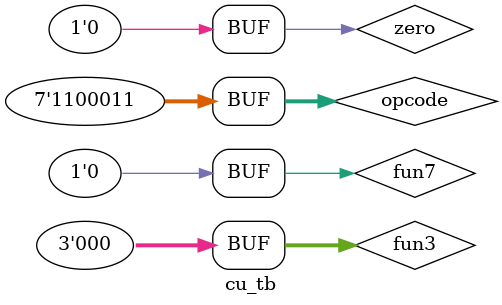
<source format=v>
module cu(alu_src,result_src,regwrite,memwrite,pc_src,imm_src,alu_control,opcode,fun3,fun7,zero);

input [6:0] opcode;
input zero,fun7;
input [2:0] fun3;
output [2:0] alu_control;
output [1:0] imm_src;
output result_src,memwrite,alu_src,regwrite,pc_src;
wire branch;
wire [1:0] aluop;

control_unit C1(branch, regwrite, memwrite, alu_src, result_src, imm_src, aluop, opcode);

alu_control C2(alu_control, aluop, fun3, fun7);
//assign pc_src = 1'b1;
assign pc_src = branch && zero;
endmodule

module cu_tb;

reg [6:0] opcode;
reg fun7,zero;
reg [2:0] fun3;

wire [2:0] alu_control;
wire [1:0] imm_src;
wire result_src, memwrite, alu_src, regwrite, pc_src;

cu CU(alu_src,result_src,regwrite,memwrite,pc_src,imm_src,alu_control,opcode,fun3,fun7,zero);

initial begin
    // R-type (add)
    opcode = 7'b0110011; fun7=1'b0; fun3=3'b000; zero=0;
    #10;

    // Load (lw)
    opcode = 7'b0000011; fun7=1'b0; fun3=3'b010; zero=0;
    #10;

    // Branch (BEQ, taken)
    opcode = 7'b1100011; fun3=3'b000; zero=1;
    #10;

    // Branch (BEQ, not taken)
    opcode = 7'b1100011; fun3=3'b000; zero=0;
    #10;
end

initial begin
    $monitor("time=%0t opcode=%b funct3=%b funct7=%b zero=%b | alu_control=%b pc_src=%b regwrite=%b memwrite=%b",$time, opcode, fun3, fun7, zero, alu_control, pc_src, regwrite, memwrite);
end
endmodule


</source>
